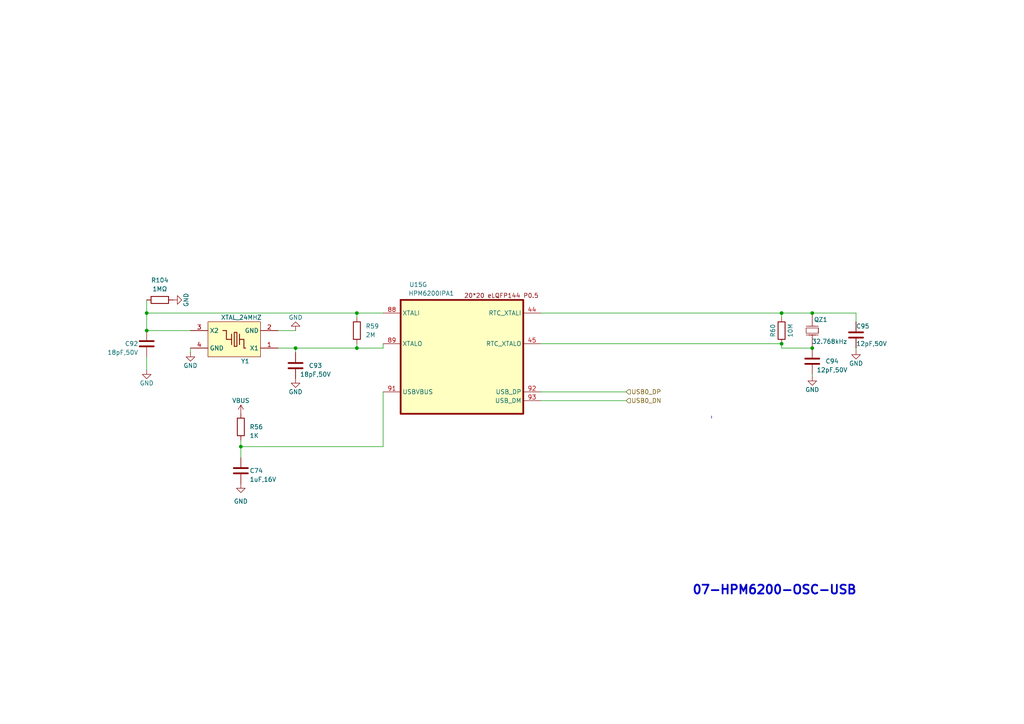
<source format=kicad_sch>
(kicad_sch (version 20230121) (generator eeschema)
  (paper "A4")
  (lib_symbols
    (symbol "00_HPM6200_Library:HPM6200IPA1"
      (property "Reference" "U3" (at 19.881 5.08 0))
      (property "Value" "HPM6200IPA1" (at 19.881 2.54 0))
      (symbol "HPM6200IPA1_0_0"
        (text "20*20 eLQFP144 P0.5" (at 29.21 1.27 0) (effects (font (size 1.27 1.27))))
      )
      (symbol "HPM6200IPA1_1_1"
        (polyline (pts (xy 0 -44.45) (xy 35.56 -44.45)) (stroke (width 0.508)))
        (polyline (pts (xy 8.89 -6.35) (xy 14.605 -6.35) (xy 14.605 -10.16) (xy 13.97 -9.525) (xy 14.605 -10.16) (xy 15.24 -9.525)))
        (polyline (pts (xy 14.605 -12.7) (xy 14.605 -16.51) (xy 8.89 -16.51) (xy 9.525 -15.875) (xy 8.89 -16.51) (xy 9.525 -17.145)))
        (rectangle (start 0 0) (end 35.56 -60.96) (stroke (width 0.508)) (fill (type background)))
        (rectangle (start 10.16 -10.16) (end 17.78 -12.7))
        (text "Analog_Domain" (at 11.43 -46.99 0) (effects (font (size 1.778 1.778))))
        (text "DCDC" (at 13.97 -11.43 0) (effects (font (size 1.27 1.27))))
        (text "DCDC_Domain" (at 10.16 -2.54 0) (effects (font (size 1.778 1.778))))
        (pin power_in line (at 40.64 -24.13 180) (length 5.08) (name "VDD_SOC") (number "104"))
        (pin power_in line (at 40.64 -21.59 180) (length 5.08) (name "VDD_SOC") (number "113"))
        (pin power_in line (at 40.64 -19.05 180) (length 5.08) (name "VDD_SOC") (number "126"))
        (pin power_in line (at 40.64 -16.51 180) (length 5.08) (name "VDD_SOC") (number "140"))
        (pin power_out line (at 17.78 -66.04 90) (length 5.08) (name "PAD") (number "145"))
        (pin power_in line (at 40.64 -8.89 180) (length 5.08) (name "VDD_SOC") (number "18"))
        (pin power_in line (at 40.64 -11.43 180) (length 5.08) (name "VDD_SOC") (number "28"))
        (pin input line (at -5.08 -24.13 0) (length 5.08) (name "DCDC_SNS") (number "29"))
        (pin power_out line (at -5.08 -35.56 0) (length 5.08) (name "DCDC_GND") (number "30"))
        (pin power_out line (at -5.08 -16.51 0) (length 5.08) (name "DCDC_LP") (number "31"))
        (pin power_in line (at -5.08 -6.35 0) (length 5.08) (name "DCDC_IN") (number "32"))
        (pin power_in line (at 40.64 -13.97 180) (length 5.08) (name "VDD_SOC") (number "5"))
        (pin power_in line (at 40.64 -34.29 180) (length 5.08) (name "VDD_SOC") (number "55"))
        (pin power_in line (at 40.64 -31.75 180) (length 5.08) (name "VDD_SOC") (number "68"))
        (pin power_in line (at 40.64 -29.21 180) (length 5.08) (name "VDD_SOC") (number "77"))
        (pin power_out line (at 40.64 -55.88 180) (length 5.08) (name "VREFL") (number "84"))
        (pin power_in line (at 40.64 -49.53 180) (length 5.08) (name "VREFH") (number "85"))
        (pin power_in line (at -5.08 -55.88 0) (length 5.08) (name "VANA") (number "87"))
        (pin power_in line (at 40.64 -26.67 180) (length 5.08) (name "VDD_SOC") (number "90"))
      )
      (symbol "HPM6200IPA1_2_1"
        (polyline (pts (xy 0 -6.35) (xy 104.14 -6.35)) (stroke (width 0.5)))
        (rectangle (start 0 0) (end 104.14 -31.75) (stroke (width 0.508)) (fill (type background)))
        (pin power_in line (at -5.08 -3.81 0) (length 5.08) (name "VBAT") (number "46"))
        (pin bidirectional line (at -5.08 -27.94 0) (length 5.08) (name "PZ07/BATT_TAMPER_07/SOC_GPIO_Z_07/UART6_RXD/I2C3_SDA/LIN2_RXD") (number "47"))
        (pin bidirectional line (at -5.08 -25.4 0) (length 5.08) (name "PZ06/BATT_TAMPER_06/SOC_GPIO_Z_06/UART6_TXD/I2C3_SCL/LIN2_TXD") (number "48"))
        (pin bidirectional line (at -5.08 -22.86 0) (length 5.08) (name "PZ05/BATT_WLED/BATT_WLED/BATT_WLED/SOC_GPIO_Z_05/UART5_RXD/LIN2_TREN/CAN3_RXD/CPU1_NMI") (number "49"))
        (pin bidirectional line (at -5.08 -20.32 0) (length 5.08) (name "PZ04/BATT_PLED/BATT_TAMPER_04/SOC_GPIO_Z_04/UART5_TXD/LIN3_TREN/CAN3_RXD/CPU1_NMI") (number "50"))
        (pin bidirectional line (at -5.08 -17.78 0) (length 5.08) (name "PZ03/BATT_WBUTN/BATT_TAMPER_03/SOC_GPIO_Z_03/UART4_RXD/I2C2_SDA/CAN3_STBY/CPU0_NMI") (number "51"))
        (pin bidirectional line (at -5.08 -15.24 0) (length 5.08) (name "PZ02/BATT_PBUTN/BATT_TAMPER_02/SOC_GPIO_Z_02/UART4_TXD/I2C2_SCL/CAN2_STBY/CPU0_NMI") (number "52"))
        (pin bidirectional line (at -5.08 -12.7 0) (length 5.08) (name "PZ01/BATT_RESETN/BATT_TAMPER_01/SOC_GPIO_Z_01/UART3_RXD/CAN2_RXD") (number "53"))
        (pin bidirectional line (at -5.08 -10.16 0) (length 5.08) (name "PZ00/BATT_PWR_ON/BATT_TAMPER_00/SOC_GPIO_Z_00/UART3_TXD/CAN2_TXD") (number "54"))
      )
      (symbol "HPM6200IPA1_3_0"
        (polyline (pts (xy 12.7 -13.97) (xy 46.99 -13.97) (xy 45.974 -13.462) (xy 46.99 -13.97) (xy 45.974 -14.478)))
        (polyline (pts (xy 12.7 -5.08) (xy 46.99 -5.08) (xy 45.974 -4.572) (xy 46.99 -5.08) (xy 45.974 -5.588)))
        (polyline (pts (xy 53.34 -13.97) (xy 87.63 -13.97) (xy 86.614 -13.462) (xy 87.63 -13.97) (xy 86.614 -14.478)))
        (polyline (pts (xy 53.34 -5.08) (xy 87.63 -5.08) (xy 86.614 -4.572) (xy 87.63 -5.08) (xy 86.614 -5.588)))
      )
      (symbol "HPM6200IPA1_3_1"
        (polyline (pts (xy 0 -17.78) (xy 102.87 -17.78)) (stroke (width 0.508)))
        (polyline (pts (xy 12.7 -12.7) (xy 12.7 -5.08) (xy 12.7 -13.97)))
        (rectangle (start 0 0) (end 102.87 -41.91) (stroke (width 0.508)) (fill (type background)))
        (rectangle (start 48.26 -12.7) (end 53.34 -15.24))
        (rectangle (start 48.26 -3.81) (end 53.34 -6.35))
        (text "LDO" (at 50.8 -13.97 0) (effects (font (size 1.27 1.27))))
        (text "LDO" (at 50.8 -5.08 0) (effects (font (size 1.27 1.27))))
        (pin bidirectional line (at -5.08 -39.37 0) (length 5.08) (name "PY07/UART_RXD/PTMR_CAPT_3/SOC_GPIO_Y_07/UART0_RXD/I2C1_SDA/LIN1_RXD") (number "33"))
        (pin bidirectional line (at -5.08 -36.83 0) (length 5.08) (name "PY06/UART_TXD/PTMR_COMP_3/SOC_GPIO_Y_06/UART0_TXD/I2C1_SCL/LIN1_TXD") (number "34"))
        (pin bidirectional line (at -5.08 -34.29 0) (length 5.08) (name "PY05/WDOG_RST/PTMR_CAPT_2/SOC_GPIO_Y_05/UART7_RXD/I2C0_SDA/LIN1_TREN/CAN3_RXD/WDG1_RST") (number "35"))
        (pin bidirectional line (at -5.08 -31.75 0) (length 5.08) (name "PY04/JTAG_TRST/PTMR_COMP_2/SOC_GPIO_Y_04/UART7_TXD/I2C0_SCL/LIN0_TREN/CAN3_TXD/WDG0_RST") (number "36"))
        (pin bidirectional line (at -5.08 -29.21 0) (length 5.08) (name "PY03/JTAG_TMS/PTMR_CAPT_1/SOC_GPIO_Y_03/UART0_CTS/SPI3_MOSI/LIN0_RXD") (number "37"))
        (pin bidirectional line (at -5.08 -26.67 0) (length 5.08) (name "PY02/JTAG_TCK/PTMR_COMP_1/SOC_GPIO_Y_02/UART0_DE/UART0_RTS/SPI3_SCLK/LIN0_TXD/CPU1_NMI") (number "38"))
        (pin power_out line (at 107.95 -13.97 180) (length 5.08) (name "VDD_OTPCAP") (number "39"))
        (pin bidirectional line (at -5.08 -24.13 0) (length 5.08) (name "PY01/JTAG_TDI/PTMR_CAPT_0/SOC_GPIO_Y_01/UART7_CTS/SPI3_MISO/LIN3_RXD/CAN2_RXD/CPU0_NMI") (number "40"))
        (pin power_out line (at 107.95 -5.08 180) (length 5.08) (name "VDD_PMCCAP") (number "41"))
        (pin bidirectional line (at -5.08 -21.59 0) (length 5.08) (name "PY00/JTAG_TDO/PTMR_COMP_0/SPC_GPIO_Y_00/UART7_DE/UART7_RTS/SPI3_CSN/LIN3_TXD/CAN2_TXD") (number "42"))
        (pin power_in line (at -5.08 -5.08 0) (length 5.08) (name "VPMC") (number "43"))
      )
      (symbol "HPM6200IPA1_4_1"
        (polyline (pts (xy 0 -13.97) (xy 116.84 -13.97)) (stroke (width 0.5)))
        (rectangle (start 0 0) (end 116.84 -175.26) (stroke (width 0.508)) (fill (type background)))
        (pin bidirectional line (at -5.08 -53.34 0) (length 5.08) (name "PA22/GPTMR0_COMP_1/UART6_DE/UART6_RTS/I2C3_SDA/LIN2_TXD/CAN0_RXD/TRGM1_P_02/PWM3_P_02") (number "1"))
        (pin bidirectional line (at -5.08 -33.02 0) (length 5.08) (name "PA14/UART4_TXD/SPI0_DAT3/LIN1_TREN/CAN0_RXD/XPI0_CB_CS1/PWM1_P_5/TRGM3_P_5/SOC_REF0") (number "10"))
        (pin bidirectional line (at -5.08 -154.94 0) (length 5.08) (name "PB29/UART3_RXD/SPI1_SCLK/LIN2_TREN/CAN2_TXD/TRGM0_P_09/PWM2_P_05/SDM0_DAT_3") (number "100"))
        (pin bidirectional line (at -5.08 -152.4 0) (length 5.08) (name "PB28/UART3_TXD/SPI1_MISO/LIN3_TREN/TRGM0_P_08/PWM2_P_04/SDM0_CLK_3") (number "101"))
        (pin bidirectional line (at -5.08 -149.86 0) (length 5.08) (name "PB27/UART2_RXD/SPI1_CSN/TRGM0_P_07/PWM2_P_03/SDM0_DAT_2") (number "102"))
        (pin bidirectional line (at -5.08 -147.32 0) (length 5.08) (name "PB26/UART2_TXD/TRGM0_P_06/PWM2_P_02/SDM0_CLK_2") (number "103"))
        (pin bidirectional line (at -5.08 -144.78 0) (length 5.08) (name "PB25/GPTMR3_COMP_1/UART1_RXD/I2C1_SDA/TRGM0_P_05/PWM2_P_01/SDM0_DAT_1") (number "105"))
        (pin bidirectional line (at -5.08 -142.24 0) (length 5.08) (name "PB24/GPTMR3_COMP_0/UART1_TXD/I2C1_SCL/TRGM0_P_04/PWM2_P_00/SDM0_CLK_1") (number "106"))
        (pin bidirectional line (at -5.08 -139.7 0) (length 5.08) (name "PB23/GPTMR3_CAPT_1/UART0_RXD/I2C0_SDA/LIN0_TREN/CAN1_RXD/TRGM0_P_03/TRGM2_P_11/SDM0_DAT_0/SOC_REF1") (number "107"))
        (pin bidirectional line (at -5.08 -137.16 0) (length 5.08) (name "PB22/GPTMR3_CAPT_0/UART0_TXD/I2C0_SCL/LIN1_TREN/CAN1_TXD/TRGM0_P_02/TRGM2_P_10/SDM0_CLK_0/SOC_REF0") (number "108"))
        (pin bidirectional line (at -5.08 -134.62 0) (length 5.08) (name "PB21/GPTMR2_COMP_1/UART1_CTS/I2C3_SDA/LIN1_RXD/CAN0_RXD/TRGM0_P_01/TRGM2_P_9") (number "109"))
        (pin bidirectional line (at -5.08 -30.48 0) (length 5.08) (name "PA13/GPTMR1_COMP_1/UART5_CTS/SPI0_MOSI/LIN_RXD/CAN0_TXD/XPI0_CB_DQS/PWM1_P_6/TRGM3_P_6/SOC_REF1") (number "11"))
        (pin bidirectional line (at -5.08 -132.08 0) (length 5.08) (name "PB20/GPTMR2_COMP_0/UART1_DE/UART1_RTS/I2C3_SCL/LIN1_TXD/CAN0_TXD/TRGM0_P_00/TRGM2_P_8") (number "110"))
        (pin bidirectional line (at -5.08 -129.54 0) (length 5.08) (name "PB19/GPTMR2_CAPT_1/UART0_CTS/I2C2_SDA/LIN0_RXD/CAN0_STBY/PWM0_P_7/TRGM2_P_7/HRPWM0_P_7") (number "111"))
        (pin bidirectional line (at -5.08 -127 0) (length 5.08) (name "PB18/GPTMR2_CAPT_0/UART0_DE/UART0_RTS/I2C2_SCL/LIN0_TXD/CAN1_STBY/PWM0_P_6/TRGM2_P_6/HRPWM0_P_6") (number "112"))
        (pin bidirectional line (at -5.08 -124.46 0) (length 5.08) (name "PB17/UART7_CTS/LIN3_RXD/PWM0_P_5/TRGM2_P_5/HRPWM0_P_5") (number "114"))
        (pin bidirectional line (at -5.08 -121.92 0) (length 5.08) (name "PB16/UART7_DE/UART7_RTS/SPI2_MOSI/LIN3_TXD/PWM0_P_4/TRGM2_P_4/HRPWM0_P_4") (number "115"))
        (pin bidirectional line (at -5.08 -119.38 0) (length 5.08) (name "PB15/UART6_CTS/SPI2_SCLK/LIN2_RXD/CAN1_RXD/PWM0_P_3/TRGM2_P_3/HRPWM0_P_3") (number "116"))
        (pin bidirectional line (at -5.08 -116.84 0) (length 5.08) (name "PB14/UART6_DE/UART6_RTS/SPI2_MISO/LIN2_TXD/CAN1_TXD/PWM0_P_2/TRGM2_P_2/HRPWM0_P_2") (number "117"))
        (pin bidirectional line (at -5.08 -114.3 0) (length 5.08) (name "PB13/UART7_RXD/SPI2_CSN/LIN2_TREN/CAN0_RXD/PWM0_P_1/TRGM2_P_1/HRPWM0_P_1") (number "118"))
        (pin bidirectional line (at -5.08 -111.76 0) (length 5.08) (name "PB12/UART7_TXD/SPI1_CSN/LIN3_TREN/CAN0_TXD/PWM0_P_0/TRGM2_P_0/HRPWM0_P_0") (number "119"))
        (pin power_in line (at -5.08 -6.35 0) (length 5.08) (name "VIO_01") (number "12"))
        (pin power_in line (at -5.08 -11.43 0) (length 5.08) (name "VIO_01") (number "120"))
        (pin bidirectional line (at -5.08 -109.22 0) (length 5.08) (name "PB11/UART6_RXD/SPI1_MOSI/PWM0_FAULT_0") (number "121"))
        (pin bidirectional line (at -5.08 -106.68 0) (length 5.08) (name "PB10/UART6_TXD/SPI1_MISO/PWM0_FAULT_1") (number "122"))
        (pin bidirectional line (at -5.08 -104.14 0) (length 5.08) (name "PB09/UART5_RXD/SPI1_SCLK/CAN1_RXD/PWM1_FAULT_1") (number "123"))
        (pin bidirectional line (at -5.08 -101.6 0) (length 5.08) (name "PB08/UART5_TXD/SPI1_DAT3/CAN1_TXD/PWM1_FAULT_0") (number "124"))
        (pin bidirectional line (at -5.08 -99.06 0) (length 5.08) (name "PB07/UART4_RXD/SPI1_DAT2/CAN1_STBY/PWM1_P_7/TRGM3_P_11/HRPWM1_P_7") (number "125"))
        (pin bidirectional line (at -5.08 -96.52 0) (length 5.08) (name "PB06/UART4_TXD/CAN0_STBY/PWM1_P_6/TRGM3_P_10/HRPWM1_P_6") (number "127"))
        (pin bidirectional line (at -5.08 -93.98 0) (length 5.08) (name "PB05/UART3_RXD/SPI1_MOSI/CAN0_RXD/PWM1_P_5/TRGM3_P_9/HRPWM1_P_5") (number "128"))
        (pin bidirectional line (at -5.08 -91.44 0) (length 5.08) (name "PB04/UART3_TXD/SPI1_SCLK/CAN0_TXD/PWM1_P_4/TRGM3_P_8/HRPWM1_P_4") (number "129"))
        (pin bidirectional line (at -5.08 -27.94 0) (length 5.08) (name "PA12/GPTMR1_COMP_0/UART5_DE/UART5_RTS/SPI0_SCLK/LIN1_TXD/XPI0_CB_D_3/PWM1_P_7/TRGM3_P_7") (number "13"))
        (pin bidirectional line (at -5.08 -88.9 0) (length 5.08) (name "PB03/UART2_RXD/SPI1_MISO/PWM1_P_3/TRGM3_P_7/HRPWM1_P_3") (number "130"))
        (pin bidirectional line (at -5.08 -86.36 0) (length 5.08) (name "PB02/UART2_TXD/SPI1_CSN/PWM1_P_2/TRGM3_P_6/HRPWM1_P_2") (number "131"))
        (pin bidirectional line (at -5.08 -83.82 0) (length 5.08) (name "PB01/UART1_RXD/SPI0_DAT3/PWM1_P_1/TRGM3_P_5/HRPWM1_P_1") (number "132"))
        (pin power_in line (at -5.08 -3.81 0) (length 5.08) (name "VIO_01") (number "133"))
        (pin bidirectional line (at -5.08 -81.28 0) (length 5.08) (name "PB00/UART1_TXD/SPI0_DAT2/CAN1_RXD/PWM1_P_0/TRGM3_P_4/HRPWM1_P_0") (number "134"))
        (pin bidirectional line (at -5.08 -76.2 0) (length 5.08) (name "PA31/UART0_RXD/SPI0_MOSI/LIN0_TREN/CAN1_TXD/TRGM1_P_11/TRGM3_P_3") (number "135"))
        (pin bidirectional line (at -5.08 -73.66 0) (length 5.08) (name "PA30/UART0_TXD/SPI0_SCLK/LIN1_TREN/CAN0_RXD/TRGM1_P_10/TRGM3_P_2") (number "136"))
        (pin bidirectional line (at -5.08 -71.12 0) (length 5.08) (name "PA29/UART1_CTS/SPI0_MISO/LIN1_RXD/CAN_TXD/TRGM1_P_09/TRGM3_P_1") (number "137"))
        (pin bidirectional line (at -5.08 -68.58 0) (length 5.08) (name "PA28/UART1_DE/UART1_RTS/SPI0_CSN/LIN1_TXD/TRGM1_P_08/TRGM3_P_0") (number "138"))
        (pin bidirectional line (at -5.08 -66.04 0) (length 5.08) (name "PA27/UART0_CTS/LIN0_RXD/TRGM1_P_07/PWM3_P_07") (number "139"))
        (pin bidirectional line (at -5.08 -25.4 0) (length 5.08) (name "PA11/GPTMR1_CAPT_1/UART4_CTS/SPI0_MISO/LIN0_RXD/CAN1_RXD/XPI0_CB_SCLK/PWM3_FAULT_0") (number "14"))
        (pin bidirectional line (at -5.08 -63.5 0) (length 5.08) (name "PA26/GPTMR1_COMP_1/UART0_DE/UART0_RTS/I2C1_SDA/LIN0_TXD/CAN1_RXD/TRGM1_P_06/PWM3_P_06") (number "141"))
        (pin bidirectional line (at -5.08 -60.96 0) (length 5.08) (name "PA25/GPTMR1_COMP_0/UART7_CTS/I2C1_SCL/LIN3_RXD/CAN1_TXD/TRGM1_P_05/PWM3_P_05") (number "142"))
        (pin bidirectional line (at -5.08 -58.42 0) (length 5.08) (name "PA24/GPTMR1_CAPT_1/UART7_DE/UART7_RTS/I2C0_SDA/LIN3_TXD/CAN1_STBY/TRGM1_P_04/PWM3_P_04") (number "143"))
        (pin bidirectional line (at -5.08 -55.88 0) (length 5.08) (name "PA23/GPTMR1_CAPT_0/UART6_CTS/I2C0_SCL/LIN2_RXD/CAN0_STBY/TRGM1_P_03/PWM3_P_03") (number "144"))
        (pin bidirectional line (at -5.08 -22.86 0) (length 5.08) (name "PA10/GPTMR1_CAPT_0/UART4_DE/UART4_RTS/SPI0_CSN/LIN0_TXD/CAN1_TXD/XPI0_CB_D_1/PWM3_FAULT_1") (number "15"))
        (pin bidirectional line (at -5.08 -20.32 0) (length 5.08) (name "PA09/GPTMR0_COMP_1/UART3_CTS/I2C1_SDA/SPI0_MOSI/LIN3_RXD/CAN0_RXD/XPI0_CB_D_2") (number "16"))
        (pin bidirectional line (at -5.08 -17.78 0) (length 5.08) (name "PA08/GPTMR0_COMP_0/UART3_DE/UART3_RTS/I2C1_SCL/SPI0_SCLK/LIN3_TXD/CAN0_TXD/XPI0_CB_D_0") (number "17"))
        (pin bidirectional line (at -5.08 -50.8 0) (length 5.08) (name "PA21/GPTMR0_COMP_0/UART7_RXD/I2C3_SCL/LIN2_TREN/CAN0_TXD/TRGM1_P_01/PWM3_P_01") (number "2"))
        (pin bidirectional line (at -5.08 -48.26 0) (length 5.08) (name "PA20/GPTMR0_CAPT_1/UART7_TXD/I2C2_SDA/LIN3_TREN/TRGM1_P_00/PWM3_P_00") (number "3"))
        (pin bidirectional line (at -5.08 -45.72 0) (length 5.08) (name "PA19/GPTMR0_CAPT_0/UART6_RXD/I2C2_SCL/SPI1_MOSI/PWM1_P_0/TRGM3_P_0") (number "4"))
        (pin bidirectional line (at -5.08 -43.18 0) (length 5.08) (name "PA18/UART6_TXD/SPI1_SCLK/CAN1_RXD/PWM1_P_1/TRGM3_P_1/SYSCTL_CLK_OBS_0") (number "6"))
        (pin bidirectional line (at -5.08 -40.64 0) (length 5.08) (name "PA17/UART5_RXD/SPI1_MISO/CAN1_TXD/PWM1_P_2/TRGM3_P_2/SYSCTL_CLK_OBS_1") (number "7"))
        (pin bidirectional line (at -5.08 -38.1 0) (length 5.08) (name "PA16/UART5_TXD/SPI1_CSN/CAN1_STBY/PWM1_P_3/TRGM3_P_3/SYSCTL_CLK_OBS_2") (number "8"))
        (pin bidirectional line (at -5.08 -35.56 0) (length 5.08) (name "PA15/UART4_RXD/SPI0_DAT2/LIN0_TREN/CAN0_STBY/XPI0_CB_CS0/PWM1_P_4/TRGM3_P_4/SYSCTL_CLK_OBS_3") (number "9"))
        (pin power_in line (at -5.08 -8.89 0) (length 5.08) (name "VIO_01") (number "94"))
        (pin bidirectional line (at -5.08 -170.18 0) (length 5.08) (name "PC02/UART4_DE/UART4_RTS/SPI2_MOSI/LIN0_TXD/CAN3_TXD/PWM0_P_2/TRGM2_P_2/USB0_OC") (number "95"))
        (pin bidirectional line (at -5.08 -167.64 0) (length 5.08) (name "PC01/UART3_CTS/SPI2_SCLK/LIN3_RXD/CAN3_RXD/PWM0_P_1/TRGM2_P_1/USB0_PWR") (number "96"))
        (pin bidirectional line (at -5.08 -165.1 0) (length 5.08) (name "PC00/UART3_DE/UART3_RTS/SPI2_MISO/LIN3_TXD/CAN3_STBY/PWM0_P_0/TRGM2_P_0/USB0_ID") (number "97"))
        (pin bidirectional line (at -5.08 -160.02 0) (length 5.08) (name "PB31/UART2_CTS/SPI2_CSN/LIN2_RXD/CAN2_STBY/TRGM0_P_11/PWM2_P_07") (number "98"))
        (pin bidirectional line (at -5.08 -157.48 0) (length 5.08) (name "PB30/UART2_DE/UART2_RTS/SPI1_MOSI/LIN2_TXD/CAN2_RXD/TRGM0_P_10/PWM2_P_06") (number "99"))
      )
      (symbol "HPM6200IPA1_5_1"
        (rectangle (start 0 -1.27) (end 157.48 -81.28) (stroke (width 0.508)) (fill (type background)))
        (polyline (pts (xy 0 -11.43) (xy 157.48 -11.43)) (stroke (width 0.5)))
        (pin bidirectional line (at -5.08 -77.47 0) (length 5.08) (name "PC27/UART2_RXD/SPI2_DAT2/SDM0_CLK_0/ADC2_INA15/CMP0_INP1/CMP1_INP1/CMP2_INP1/CMP3_INP1") (number "56"))
        (pin bidirectional line (at -5.08 -74.93 0) (length 5.08) (name "PC26/UART2_TXD/SPI2_DAT3/SDM0_DAT_0/ADC2_INA14/CMP0_INN1/CMP1_INN1/CMP2_INN1/CMP3_INN1") (number "57"))
        (pin bidirectional line (at -5.08 -72.39 0) (length 5.08) (name "PC25/UART1_RXD/SPI2_SCLK/SDM0_CLK_1/ADC2_INA13/CMP0_INP2/CMP1_INP2") (number "58"))
        (pin bidirectional line (at -5.08 -69.85 0) (length 5.08) (name "PC24/UART1_TXD/SPI2_MISO/SDM0_DAT_1/ADC2_INA12/CMP0_INP3/CMP1_INP3") (number "59"))
        (pin bidirectional line (at -5.08 -67.31 0) (length 5.08) (name "PC23/UART0_RXD/SPI2_MOSI/LIN0_TREN/SDM0_CLK_2/ADC1_INA15/ADC2_INA11/CMP0_INP4/CMP1_INP4") (number "60"))
        (pin power_in line (at -5.08 -8.89 0) (length 5.08) (name "VIO_02") (number "61"))
        (pin bidirectional line (at -5.08 -64.77 0) (length 5.08) (name "PC22/UART0_TXD/SPI2_CSN/LIN1_TREN/SDM0_DAT_2/ADC1_INA14/ADC2_INA10/CMP0_INP5/CMP1_INN2") (number "62"))
        (pin bidirectional line (at -5.08 -62.23 0) (length 5.08) (name "PC21/UART1_CTS/SPI3_MOSI/LIN1_RXD/SDM0_CLK_3/WDG1_RST/ADC1_INA13/ADC2_INA9/CMP0_INP6/CMP1_INN3") (number "63"))
        (pin bidirectional line (at -5.08 -59.69 0) (length 5.08) (name "PC20/UART1_DE/UART1_RTS/SPI3_SCLK/LIN1_TXD/SDM0_DAT_3/WDG0_RST/ADC1_INA12/ADC2_INA8/CMP0_INP7/CMP1_INN4") (number "64"))
        (pin bidirectional line (at -5.08 -57.15 0) (length 5.08) (name "PC19/UART0_CTS/SPI3_MISO/LIN0_RXD/ADC0_INA15/ADC1_INA11/ADC2_INA7/CMP0_INN2/CMP2_INP2") (number "65"))
        (pin bidirectional line (at -5.08 -54.61 0) (length 5.08) (name "PC18/UART0_DE/UART0_RTS/SPI3_CSN/LIN0_TXD/ADC0_INA14/ADC1_INA10/ADC2_INA6/CMP0_INN3/CMP2_INP3") (number "66"))
        (pin bidirectional line (at -5.08 -52.07 0) (length 5.08) (name "PC17/UART7_CTS/LIN3_RXD/ADC0_INA13/ADC1_INA9/ADC2_INA5/CMP0_INN4/CMP2_INP4") (number "67"))
        (pin bidirectional line (at -5.08 -49.53 0) (length 5.08) (name "PC16/UART7_DE/UART7_RTS/I2C1_SDA/LIN3_TXD/ACMP_COMP_2/ADC0_INA12/ADC1_INA8/ADC2_INA4/CMP0_INN5/CMP1_INN5/CMP2_INP5/CMP3_INP2") (number "69"))
        (pin bidirectional line (at -5.08 -46.99 0) (length 5.08) (name "PC15/UART6_CTS/I2C1_SCL/LIN2_RXD/ACMP_COMP_1/ADC0_INA11/ADC1_INA7/ADC2_INA3/CMP0_INN6/CMP1_INN6/CMP2_INP6/CMP3_INP3") (number "70"))
        (pin bidirectional line (at -5.08 -44.45 0) (length 5.08) (name "PC14/UART6_DE/UART6_RTS/I2C0_SDA/LIN2_TXD/CAN3_RXD/ACMP_COMP_0/ADC0_INA10/ADC1_INA6/ADC2_INA2/CMP0_INN7/CMP1_INN7/CMP2_INP7/CMP3_INP4") (number "71"))
        (pin bidirectional line (at -5.08 -41.91 0) (length 5.08) (name "PC13/GPTMR3_COMP_1/UART7_RXD/I2C0_SCL/CAN3_TXD/ACMP_COMP_3/ADC0_INA9/ADC1_INA5/ADC2_INA1/CMP1_INP5/CMP3_INN2") (number "72"))
        (pin bidirectional line (at -5.08 -39.37 0) (length 5.08) (name "PC12/GPTMR3_COMP_0/UART7_TXD/I2C3_SDA/LIN3_TREN/CAN3_STBY/ADC0_INA8/ADC1_INA4/ADC2_INA0/CMP1_INP6/CMP3_INN3") (number "73"))
        (pin bidirectional line (at -5.08 -36.83 0) (length 5.08) (name "PC11/GPTMR3_CAPT_1/UART6_RXD/I2C3_SCL/CAN2_STBY/ADC0_INA7/ADC1_INA3/CMP1_INP7/CMP3_INN4") (number "74"))
        (pin bidirectional line (at -5.08 -34.29 0) (length 5.08) (name "PC10/GPTMR3_CAPT_0/UART6_TXD/I2C2_SDA/CAN2_RXD/ADC0_INA6/ADC1_INA2/CMP2_INN2/CMP3_INN5") (number "75"))
        (pin bidirectional line (at -5.08 -31.75 0) (length 5.08) (name "PC09/GPTMR2_COMP_1/UART5_RXD/I2C2_SCL/CAN2_TXD/PWM2_FAULT_1/ADC0_INA5/ADC1_INA1/CMP2_INN3/CMP3_INN6") (number "76"))
        (pin bidirectional line (at -5.08 -29.21 0) (length 5.08) (name "PC08/GPTMR2_COMP_0/UART5_TXD/SPI2_CSN/PWM2_FAULT_0/USB0_PWR/ADC0_INA4/ADC1_INA0/CMP2_INN4/CMP3_INN7") (number "78"))
        (pin bidirectional line (at -5.08 -26.67 0) (length 5.08) (name "PC07/GPTMR2_CAPT_1/UART4_RXD/SPI2_MOSI/LIN0_TREN/PWM0_P_7/TRGM2_P_7/USB0_OC/ADC0_INA3/CMP2_INN5/CMP3_INP5") (number "79"))
        (pin bidirectional line (at -5.08 -24.13 0) (length 5.08) (name "PC06/GPTMR2_CAPT_0/UART4_TXD/SPI2_MISO/LIN1_TREN/PWM0_P_6/TRGM2_P_6//USB0_ID/ADC0_INA2/CMP2_INN6/CMP3_INP6") (number "80"))
        (pin bidirectional line (at -5.08 -21.59 0) (length 5.08) (name "PC05/UART5_CTS/SPI2_SCLK/LIN1_RXD/PWM0_P_5/TRGM2_P_5/USB0_OC/ADC0_INA1/CAMP2_INN7/CMP3_INP7") (number "81"))
        (pin bidirectional line (at -5.08 -19.05 0) (length 5.08) (name "PC04/UART5_DE/UART5_RTS/SPI2_DAT3/LIN1_TXD/PWM0_P_4/TRGM2_P_4/ADC0_INA0/DAC1_OUT") (number "82"))
        (pin bidirectional line (at -5.08 -16.51 0) (length 5.08) (name "PC03/UART4_CTS/SPI2_DAT2/LIN0_RXD/PWM0_P_3/TRGM2_P_3/DAC0_OUT") (number "83"))
        (pin power_in line (at -5.08 -6.35 0) (length 5.08) (name "VIO_02") (number "86"))
      )
      (symbol "HPM6200IPA1_6_1"
        (polyline (pts (xy 0 -7.62) (xy 129.54 -7.62)) (stroke (width 0.5)))
        (rectangle (start 0 0) (end 129.54 -33.02) (stroke (width 0.508)) (fill (type background)))
        (pin bidirectional line (at -5.08 -29.21 0) (length 5.08) (name "PA07/GPTMR0_CAPT_1/UART2_CTS/I2C0_SDA/SPI0_MISO/LIN2_RXD/XPI0_CA_DQS/ACMP_COMP_2/SDM0_DAT_3/ADC0_DBG") (number "19"))
        (pin bidirectional line (at -5.08 -26.67 0) (length 5.08) (name "PA06/GPTMR0_CAPT_0/UART2_DE/UART2_RTS/I2C0_SCL/SPI0_CSN/LIN2_TXD/XPI0_CA_CS1/ACMP/COMP_3/SDM0_CLK_3/ADC1_DBG") (number "20"))
        (pin bidirectional line (at -5.08 -24.13 0) (length 5.08) (name "PA05/UART3_RXD/SPI3_DAT2/LIN2_TREN/CAN3_RXD/XPI0_CA_D_3/ACMP_COMP_0/SDM0_DAT_2/ADC2_DBG") (number "21"))
        (pin bidirectional line (at -5.08 -21.59 0) (length 5.08) (name "PA04/UART3_TXD/SPI3_DAT3/LIN_TREN/CAN3_TXD/XPI0_CA_SCLK/ACMP_COMP_1/SDM0_CLK_2") (number "22"))
        (pin power_in line (at -5.08 -3.81 0) (length 5.08) (name "VIO_00") (number "23"))
        (pin bidirectional line (at -5.08 -19.05 0) (length 5.08) (name "PA03/UART2_RXD/SPI3_MOSI/CAN3_STBY/XPI0_CA_D_0/SDM0_DAT_1") (number "24"))
        (pin bidirectional line (at -5.08 -16.51 0) (length 5.08) (name "PA02/UART2_TXD/SPI3_SCLK/CAN2_STBY/XPI0_CA_D_2/SDM0_CLK_1") (number "25"))
        (pin bidirectional line (at -5.08 -13.97 0) (length 5.08) (name "PA01/UART1_RXD/SPI3_MISO/CAN_TXD/XPI0_CA_D_1/SDM0_DATA_0") (number "26"))
        (pin bidirectional line (at -5.08 -11.43 0) (length 5.08) (name "PA00/UART1_TXD/SPI3_CSN/CAN2_RXD/XPI0_CA_CS0/SDM0_CLK_0") (number "27"))
      )
      (symbol "HPM6200IPA1_7_1"
        (rectangle (start 0 0) (end 35.56 -33.02) (stroke (width 0.508)) (fill (type background)))
        (pin output line (at 40.64 -3.81 180) (length 5.08) (name "RTC_XTALI") (number "44"))
        (pin input line (at 40.64 -12.7 180) (length 5.08) (name "RTC_XTALO") (number "45"))
        (pin input line (at -5.08 -3.81 0) (length 5.08) (name "XTALI") (number "88"))
        (pin output line (at -5.08 -12.7 0) (length 5.08) (name "XTALO") (number "89"))
        (pin power_in line (at -5.08 -26.67 0) (length 5.08) (name "USBVBUS") (number "91"))
        (pin bidirectional line (at 40.64 -26.67 180) (length 5.08) (name "USB_DP") (number "92"))
        (pin bidirectional line (at 40.64 -29.21 180) (length 5.08) (name "USB_DM") (number "93"))
      )
    )
    (symbol "00_HPM_power:GND" (power)
      (property "Value" "GND" (at 1.27 -6.35 0))
      (symbol "GND_0_0"
        (pin power_in line (at 0 0 0) (length 0) hide (name "GND") (number ""))
      )
      (symbol "GND_0_1"
        (polyline (pts (xy 0 0) (xy 0 -1.27) (xy 1.27 -1.27) (xy 0 -2.54) (xy -1.27 -1.27) (xy 0 -1.27)))
      )
    )
    (symbol "00_HPM_power:VBUS" (power) (pin_names (offset 0))
      (property "Value" "VBUS" (at 0 3.81 0))
      (symbol "VBUS_0_1"
        (polyline (pts (xy -0.762 1.27) (xy 0 2.54)))
        (polyline (pts (xy 0 0) (xy 0 2.54)))
        (polyline (pts (xy 0 2.54) (xy 0.762 1.27)))
      )
      (symbol "VBUS_1_1"
        (pin power_in line (at 0 0 90) (length 0) hide (name "VBUS") (number "1"))
      )
    )
    (symbol "02_HPM_Resistor:0Ω_0805" (pin_numbers hide) (pin_names (offset 0))
      (property "Reference" "R" (at 0 5.08 0))
      (property "Value" "0Ω" (at 1.27 7.62 0))
      (symbol "0Ω_0805_0_1"
        (rectangle (start 2.54 -1.016) (end -2.54 1.016) (stroke (width 0.254)))
      )
      (symbol "0Ω_0805_1_1"
        (pin passive line (at -3.81 0 0) (length 1.27) (name "~") (number "1"))
        (pin passive line (at 3.81 0 180) (length 1.27) (name "~") (number "2"))
      )
    )
    (symbol "02_HPM_Resistor:1K_0402" (pin_numbers hide) (pin_names (offset 0))
      (property "Reference" "R" (at 0 3.81 0))
      (property "Value" "1K" (at 0 6.35 0))
      (symbol "1K_0402_0_1"
        (rectangle (start 2.54 -1.016) (end -2.54 1.016) (stroke (width 0.254)))
      )
      (symbol "1K_0402_1_1"
        (pin passive line (at -3.81 0 0) (length 1.27) (name "~") (number "1"))
        (pin passive line (at 3.81 0 180) (length 1.27) (name "~") (number "2"))
      )
    )
    (symbol "02_HPM_Resistor:1M_0402" (pin_numbers hide) (pin_names (offset 0))
      (property "Reference" "R" (at 0 3.81 0))
      (property "Value" "1M" (at 0 6.35 0))
      (symbol "1M_0402_0_1"
        (rectangle (start 2.54 -1.016) (end -2.54 1.016) (stroke (width 0.254)))
      )
      (symbol "1M_0402_1_1"
        (pin passive line (at -3.81 0 0) (length 1.27) (name "~") (number "1"))
        (pin passive line (at 3.81 0 180) (length 1.27) (name "~") (number "2"))
      )
    )
    (symbol "02_HPM_Resistor:2M_0402" (pin_numbers hide) (pin_names (offset 0))
      (property "Reference" "R" (at 0 3.81 0))
      (property "Value" "2M" (at 0 7.62 0))
      (symbol "2M_0402_0_1"
        (rectangle (start 2.54 -1.016) (end -2.54 1.016) (stroke (width 0.254)))
      )
      (symbol "2M_0402_1_1"
        (pin passive line (at -3.81 0 0) (length 1.27) (name "~") (number "1"))
        (pin passive line (at 3.81 0 180) (length 1.27) (name "~") (number "2"))
      )
    )
    (symbol "03_HPM_Capacitance:0.1uF,16V_0402" (pin_numbers hide) (pin_names (offset 0.254))
      (property "Reference" "C" (at -1.27 10.16 0))
      (property "Value" "0.1uF,16V" (at -5.08 12.7 0))
      (symbol "0.1uF,16V_0402_0_1"
        (polyline (pts (xy -2.032 -0.762) (xy 2.032 -0.762)) (stroke (width 0.508)))
        (polyline (pts (xy -2.032 0.762) (xy 2.032 0.762)) (stroke (width 0.508)))
      )
      (symbol "0.1uF,16V_0402_1_1"
        (pin passive line (at 0 3.81 270) (length 2.794) (name "~") (number "1"))
        (pin passive line (at 0 -3.81 90) (length 2.794) (name "~") (number "2"))
      )
    )
    (symbol "03_HPM_Capacitance:4.7uF,10V_0402" (pin_numbers hide) (pin_names (offset 0.254))
      (property "Reference" "C" (at 0.635 2.54 0))
      (property "Value" "4.7uF,10V" (at 0.635 -2.54 0))
      (symbol "4.7uF,10V_0402_0_1"
        (polyline (pts (xy -2.032 -0.762) (xy 2.032 -0.762)) (stroke (width 0.508)))
        (polyline (pts (xy -2.032 0.762) (xy 2.032 0.762)) (stroke (width 0.508)))
      )
      (symbol "4.7uF,10V_0402_1_1"
        (pin passive line (at 0 3.81 270) (length 2.794) (name "~") (number "1"))
        (pin passive line (at 0 -3.81 90) (length 2.794) (name "~") (number "2"))
      )
    )
    (symbol "11_HPM_Oscillator:24MHz ±10ppm 12pF"
      (property "Reference" "X" (at 6.35 1.27 0))
      (property "Value" "24MHz ±10ppm 12pF" (at 15.875 -14.605 0))
      (symbol "24MHz ±10ppm 12pF_1_0"
        (polyline (pts (xy 10.414 -2.54) (xy 9.398 -2.54)) (stroke (width 0.254)))
        (polyline (pts (xy 11.938 -6.604) (xy 11.938 -3.556)) (stroke (width 0.254)))
        (polyline (pts (xy 14.224 -6.604) (xy 14.224 -3.556)) (stroke (width 0.254)))
        (polyline (pts (xy 11.938 -5.08) (xy 10.414 -5.08) (xy 10.414 -2.54)) (stroke (width 0.254)))
        (polyline (pts (xy 14.224 -5.08) (xy 15.494 -5.08) (xy 15.494 -7.62) (xy 16.002 -7.62)) (stroke (width 0.254)))
        (polyline (pts (xy 12.7 -7.112) (xy 13.462 -7.112) (xy 13.462 -3.048) (xy 12.7 -3.048) (xy 12.7 -7.112)) (stroke (width 0.254)))
        (rectangle (start 20.32 0) (end 5.08 -10.16) (fill (type background)))
        (pin passive line (at 25.4 -7.62 180) (length 5.08) (name "X1") (number "1"))
        (pin passive line (at 25.4 -2.54 180) (length 5.08) (name "GND") (number "2"))
        (pin passive line (at 0 -2.54 0) (length 5.08) (name "X2") (number "3"))
        (pin passive line (at 0 -7.62 0) (length 5.08) (name "GND") (number "4"))
      )
    )
    (symbol "11_HPM_Oscillator:32.768kHz,12.5pF,20PPM" (pin_numbers hide) (pin_names (offset 1.016) hide)
      (property "Reference" "X" (at 2.54 1.27 0))
      (property "Value" "32.768kHz,9pF,20PPM" (at 0.635 -3.81 0))
      (symbol "32.768kHz,12.5pF,20PPM_1_1"
        (polyline (pts (xy -1.27 -1.778) (xy -1.27 1.778)))
        (polyline (pts (xy -1.27 -1.016) (xy -1.27 1.016)))
        (polyline (pts (xy 0.762 -1.778) (xy -0.762 -1.778)))
        (polyline (pts (xy 1.27 -1.778) (xy 1.27 1.778)))
        (polyline (pts (xy 1.27 -1.016) (xy 1.27 1.016)))
        (polyline (pts (xy 0.762 1.778) (xy 0.762 -1.778) (xy 0.762 -1.778) (xy -0.762 -1.778) (xy -0.762 -1.778) (xy -0.762 1.778) (xy -0.762 1.778) (xy 0.762 1.778)))
        (pin input line (at -5.08 0 0) (length 3.81) (name "OSC1") (number "1"))
        (pin input line (at 5.08 0 180) (length 3.81) (name "OSC2") (number "2"))
      )
    )
  )
  (junction (at 235.585 100.965))
  (junction (at 103.505 90.805))
  (junction (at 226.695 99.695))
  (junction (at 226.695 90.805))
  (junction (at 69.85 129.54))
  (junction (at 103.505 100.965))
  (junction (at 235.585 90.805))
  (junction (at 42.545 95.885))
  (junction (at 42.545 90.805))
  (junction (at 85.725 100.965))
  (wire (pts (xy 111.125 90.805) (xy 103.505 90.805)))
  (wire (pts (xy 248.285 90.805) (xy 248.285 93.345)))
  (wire (pts (xy 226.695 90.805) (xy 235.585 90.805)))
  (wire (pts (xy 55.245 100.965) (xy 55.245 102.235)))
  (wire (pts (xy 69.85 127.635) (xy 69.85 129.54)))
  (wire (pts (xy 111.125 113.665) (xy 111.125 129.54)))
  (wire (pts (xy 226.695 100.965) (xy 235.585 100.965)))
  (wire (pts (xy 42.545 103.505) (xy 42.545 107.315)))
  (wire (pts (xy 85.725 100.965) (xy 85.725 102.235)))
  (wire (pts (xy 85.725 100.965) (xy 103.505 100.965)))
  (wire (pts (xy 103.505 99.695) (xy 103.505 100.965)))
  (wire (pts (xy 226.695 99.695) (xy 226.695 100.965)))
  (wire (pts (xy 111.125 99.695) (xy 111.125 100.965)))
  (wire (pts (xy 156.845 90.805) (xy 226.695 90.805)))
  (wire (pts (xy 42.545 90.805) (xy 42.545 95.885)))
  (wire (pts (xy 42.545 95.885) (xy 55.245 95.885)))
  (wire (pts (xy 111.125 129.54) (xy 69.85 129.54)))
  (wire (pts (xy 103.505 100.965) (xy 111.125 100.965)))
  (wire (pts (xy 42.545 86.995) (xy 42.545 90.805)))
  (wire (pts (xy 80.645 100.965) (xy 85.725 100.965)))
  (wire (pts (xy 235.585 90.805) (xy 248.285 90.805)))
  (wire (pts (xy 226.695 90.805) (xy 226.695 92.075)))
  (wire (pts (xy 248.285 100.965) (xy 248.285 101.6)))
  (wire (pts (xy 235.585 108.585) (xy 235.585 109.22)))
  (wire (pts (xy 103.505 90.805) (xy 42.545 90.805)))
  (wire (pts (xy 181.61 113.665) (xy 156.845 113.665)))
  (wire (pts (xy 69.85 129.54) (xy 69.85 132.715)))
  (wire (pts (xy 181.61 116.205) (xy 156.845 116.205)))
  (wire (pts (xy 103.505 90.805) (xy 103.505 92.075)))
  (wire (pts (xy 156.845 99.695) (xy 226.695 99.695)))
  (polyline (pts (xy 206.375 121.285) (xy 206.375 120.65)))
  (wire (pts (xy 80.645 95.885) (xy 85.725 95.885)))
  (text "07-HPM6200-OSC-USB" (at 200.66 172.72 0) (effects (font (size 2.54 2.54) (thickness 0.508) bold) (justify left bottom)))
  (hierarchical_label "USB0_DN" (shape input) (at 181.61 116.205 0))
  (hierarchical_label "USB0_DP" (shape input) (at 181.61 113.665 0))
  (symbol (lib_id "00_HPM_power:GND") (at 69.85 140.335 0) (unit 1)
    (property "Reference" "#PWR0143" (effects hide))
    (property "Value" "GND" (at 69.85 145.415 0))
    (instances (project "HPM62_63_144_ADC_EVK_RevB" (path "" (reference "#PWR0143") (unit 1)) (path "" (reference "#PWR0114") (unit 1))) (project "EVK_REVC" (path "" (reference "#PWR0121") (unit 1))))
  )
  (symbol (lib_id "00_HPM_power:VBUS") (at 69.85 120.015 0) (unit 1)
    (property "Reference" "#PWR037" (effects hide))
    (property "Value" "VBUS" (at 69.85 116.205 0))
    (instances (project "HPM62_63_144_ADC_EVK_RevB" (path "" (reference "#PWR037") (unit 1)) (path "" (reference "#PWR0112") (unit 1))) (project "Four_Servo_HPM6280_MB" (path "" (reference "#PWR051") (unit 1))))
  )
  (symbol (lib_id "03_HPM_Capacitance:4.7uF,10V_0402") (at 248.285 97.155 0) (unit 1)
    (property "Reference" "C95" (at 248.285 94.615 0) (effects (justify left)))
    (property "Value" "12pF,50V" (at 248.285 99.695 0) (effects (justify left)))
    (property "Footprint" "03_HPM_Capacitance:C_0402" (effects hide))
    (property "Model" " CL05A475MP5NRNC" (effects hide))
    (property "Company" " SAMSUNG(三星)" (effects hide))
    (instances (project "HPM62_63_144_ADC_EVK_RevB" (path "" (reference "C95") (unit 1)) (path "" (reference "C95") (unit 1))) (project "EVK_REVC" (path "" (reference "C24") (unit 1))))
  )
  (symbol (lib_id "00_HPM_power:GND") (at 235.585 109.22 0) (unit 1)
    (property "Reference" "#PWR0159" (effects hide))
    (property "Value" "GND" (at 235.585 113.03 0))
    (instances (project "HPM62_63_144_ADC_EVK_RevB" (path "" (reference "#PWR0159") (unit 1)) (path "" (reference "#PWR0158") (unit 1))) (project "EVK_REVC" (path "" (reference "#PWR0102") (unit 1))))
  )
  (symbol (lib_id "03_HPM_Capacitance:0.1uF,16V_0402") (at 69.85 136.525 0) (unit 1)
    (property "Reference" "C74" (at 72.39 136.525 0) (effects (justify left)))
    (property "Value" "1uF,16V" (at 72.39 139.065 0) (effects (justify left)))
    (property "Footprint" "03_HPM_Capacitance:C_0402" (effects hide))
    (property "Model" "CL05B104KO5NNNC" (effects hide))
    (property "Company" "SAMSUNG(三星)" (effects hide))
    (instances (project "HPM62_63_144_ADC_EVK_RevB" (path "" (reference "C74") (unit 1)) (path "" (reference "C44") (unit 1))) (project "EVK_REVC" (path "" (reference "C152") (unit 1))))
  )
  (symbol (lib_id "03_HPM_Capacitance:4.7uF,10V_0402") (at 42.545 99.695 0) (unit 1)
    (property "Reference" "C92" (at 36.195 99.695 0) (effects (justify left)))
    (property "Value" "18pF,50V" (at 31.115 102.235 0) (effects (justify left)))
    (property "Footprint" "03_HPM_Capacitance:C_0402" (effects hide))
    (property "Model" " CL05A475MP5NRNC" (effects hide))
    (property "Company" " SAMSUNG(三星)" (effects hide))
    (instances (project "HPM62_63_144_ADC_EVK_RevB" (path "" (reference "C92") (unit 1)) (path "" (reference "C92") (unit 1))) (project "EVK_REVC" (path "" (reference "C23") (unit 1))))
  )
  (symbol (lib_id "00_HPM_power:GND") (at 85.725 95.885 0) (mirror x) (unit 1)
    (property "Reference" "#PWR0157" (effects hide))
    (property "Value" "GND" (at 85.725 92.075 0))
    (instances (project "HPM62_63_144_ADC_EVK_RevB" (path "" (reference "#PWR0157") (unit 1)) (path "" (reference "#PWR0156") (unit 1))) (project "EVK_REVC" (path "" (reference "#PWR0103") (unit 1))))
  )
  (symbol (lib_id "00_HPM_power:GND") (at 42.545 107.315 0) (unit 1)
    (property "Reference" "#PWR0156" (effects hide))
    (property "Value" "GND" (at 42.545 111.125 0))
    (instances (project "HPM62_63_144_ADC_EVK_RevB" (path "" (reference "#PWR0156") (unit 1)) (path "" (reference "#PWR0154") (unit 1))) (project "EVK_REVC" (path "" (reference "#PWR0105") (unit 1))))
  )
  (symbol (lib_id "00_HPM_power:GND") (at 248.285 101.6 0) (unit 1)
    (property "Reference" "#PWR0160" (effects hide))
    (property "Value" "GND" (at 248.285 105.41 0))
    (instances (project "HPM62_63_144_ADC_EVK_RevB" (path "" (reference "#PWR0160") (unit 1)) (path "" (reference "#PWR0159") (unit 1))) (project "EVK_REVC" (path "" (reference "#PWR0101") (unit 1))))
  )
  (symbol (lib_id "11_HPM_Oscillator:24MHz ±10ppm 12pF") (at 55.245 93.345 0) (unit 1)
    (property "Reference" "Y1" (at 71.12 104.775 0))
    (property "Value" "XTAL_24MHZ " (at 70.485 92.075 0))
    (property "Footprint" "09_HPM_Oscillator:3225" (effects hide))
    (property "Model" " X1E0000210129" (effects hide))
    (property "Company" "EPSON(爱普生)" (effects hide))
  )
  (symbol (lib_id "00_HPM_power:GND") (at 85.725 109.855 0) (unit 1)
    (property "Reference" "#PWR0158" (effects hide))
    (property "Value" "GND" (at 85.725 113.665 0))
    (instances (project "HPM62_63_144_ADC_EVK_RevB" (path "" (reference "#PWR0158") (unit 1)) (path "" (reference "#PWR0157") (unit 1))) (project "EVK_REVC" (path "" (reference "#PWR0104") (unit 1))))
  )
  (symbol (lib_id "11_HPM_Oscillator:32.768kHz,12.5pF,20PPM") (at 235.585 95.885 90) (unit 1)
    (property "Reference" "QZ1" (at 240.03 92.71 90) (effects (justify left)))
    (property "Value" "32.768kHz" (at 245.745 99.06 90) (effects (justify left)))
    (property "Footprint" "09_HPM_Oscillator:3215" (effects hide))
    (property "SuppliersPartNumber" "C1669858" (effects hide))
    (property "Model" " FC-135 32.7680KA-AC" (effects hide))
    (property "Company" "EPSON(爱普生)" (effects hide))
  )
  (symbol (lib_id "00_HPM_power:GND") (at 50.165 86.995 90) (unit 1)
    (property "Reference" "#PWR0156" (effects hide))
    (property "Value" "GND" (at 53.975 86.995 0))
    (instances (project "HPM62_63_144_ADC_EVK_RevB" (path "" (reference "#PWR0156") (unit 1)) (path "" (reference "#PWR080") (unit 1))) (project "EVK_REVC" (path "" (reference "#PWR0105") (unit 1))))
  )
  (symbol (lib_id "02_HPM_Resistor:0Ω_0805") (at 226.695 95.885 270) (unit 1)
    (property "Reference" "R60" (at 224.155 95.885 0))
    (property "Value" "10M" (at 229.235 95.885 0))
    (property "Footprint" "02_HPM_Resistor:R_0805_2012Metric" (effects hide))
    (property "ASSY_OPT" "DNP" (effects hide))
    (property "Model" "RS-05000JT" (effects hide))
    (property "Company" "FH(风华)" (effects hide))
    (instances (project "HPM62_63_144_ADC_EVK_RevB" (path "" (reference "R60") (unit 1)) (path "" (reference "R60") (unit 1))) (project "EVK_REVC" (path "" (reference "R6") (unit 1))))
  )
  (symbol (lib_id "03_HPM_Capacitance:4.7uF,10V_0402") (at 235.585 104.775 0) (unit 1)
    (property "Reference" "C94" (at 239.395 104.775 0) (effects (justify left)))
    (property "Value" "12pF,50V" (at 236.855 107.315 0) (effects (justify left)))
    (property "Footprint" "03_HPM_Capacitance:C_0402" (effects hide))
    (property "Model" " CL05A475MP5NRNC" (effects hide))
    (property "Company" " SAMSUNG(三星)" (effects hide))
    (instances (project "HPM62_63_144_ADC_EVK_RevB" (path "" (reference "C94") (unit 1)) (path "" (reference "C94") (unit 1))) (project "EVK_REVC" (path "" (reference "C29") (unit 1))))
  )
  (symbol (lib_id "02_HPM_Resistor:2M_0402") (at 103.505 95.885 90) (unit 1)
    (property "Reference" "R59" (at 106.045 94.615 90) (effects (justify right)))
    (property "Value" "2M" (at 106.045 97.155 90) (effects (justify right)))
    (property "Footprint" "02_HPM_Resistor:R_0402_1005Metric" (effects hide))
    (property "Model" " 0402WGF2004TCE" (effects hide))
    (property "Company" " UNI-ROYAL(厚声) " (effects hide))
  )
  (symbol (lib_id "00_HPM6200_Library:HPM6200IPA1") (at 116.205 86.995 0) (unit 7)
    (property "Reference" "U15" (at 121.285 82.55 0))
    (property "Value" "HPM6200IPA1" (at 125.095 85.09 0))
    (property "Footprint" "00_HPM_Library:eLQFP144L_22x22_P0.5mm_EP5x5mm" (effects hide))
  )
  (symbol (lib_id "02_HPM_Resistor:1K_0402") (at 69.85 123.825 270) (unit 1)
    (property "Reference" "R56" (at 72.39 123.825 90) (effects (justify left)))
    (property "Value" "1K" (at 72.39 126.365 90) (effects (justify left)))
    (property "Footprint" "02_HPM_Resistor:R_0402_1005Metric" (effects hide))
    (property "Model" "0402WGF1001TCE" (effects hide))
    (property "Company" "UNI-ROYAL(厚声)" (effects hide))
    (instances (project "HPM62_63_144_ADC_EVK_RevB" (path "" (reference "R56") (unit 1)) (path "" (reference "R83") (unit 1))) (project "EVK_REVC" (path "" (reference "R165") (unit 1))))
  )
  (symbol (lib_id "03_HPM_Capacitance:4.7uF,10V_0402") (at 85.725 106.045 0) (unit 1)
    (property "Reference" "C93" (at 89.535 106.045 0) (effects (justify left)))
    (property "Value" "18pF,50V" (at 86.995 108.585 0) (effects (justify left)))
    (property "Footprint" "03_HPM_Capacitance:C_0402" (effects hide))
    (property "Model" " CL05A475MP5NRNC" (effects hide))
    (property "Company" " SAMSUNG(三星)" (effects hide))
    (instances (project "HPM62_63_144_ADC_EVK_RevB" (path "" (reference "C93") (unit 1)) (path "" (reference "C93") (unit 1))) (project "EVK_REVC" (path "" (reference "C28") (unit 1))))
  )
  (symbol (lib_id "02_HPM_Resistor:1M_0402") (at 46.355 86.995 0) (unit 1)
    (property "Reference" "R104" (at 46.355 81.28 0))
    (property "Value" "1MΩ" (at 46.355 83.82 0))
    (property "Footprint" "02_HPM_Resistor:R_0402_1005Metric" (effects hide))
    (property "Model" "CQ02WGJ0105TCE" (effects hide))
    (property "Company" "UNI-ROYAL(厚声)" (effects hide))
  )
  (symbol (lib_id "00_HPM_power:GND") (at 55.245 102.235 0) (unit 1)
    (property "Reference" "#PWR0156" (effects hide))
    (property "Value" "GND" (at 55.245 106.045 0))
    (instances (project "HPM62_63_144_ADC_EVK_RevB" (path "" (reference "#PWR0156") (unit 1)) (path "" (reference "#PWR073") (unit 1))) (project "EVK_REVC" (path "" (reference "#PWR0105") (unit 1))))
  )
)
</source>
